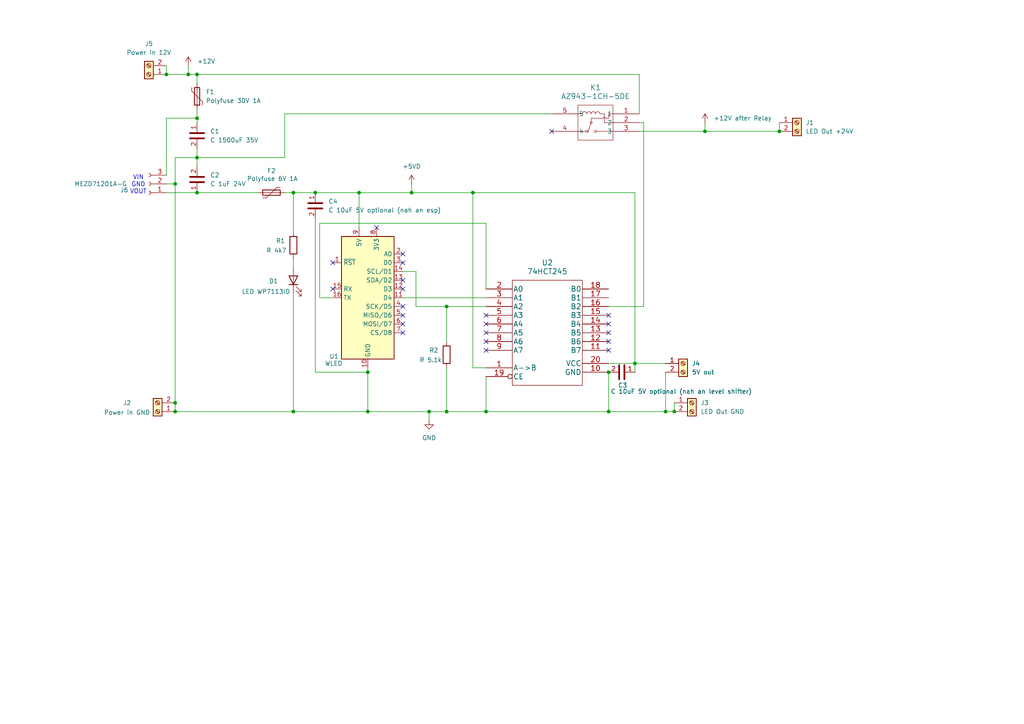
<source format=kicad_sch>
(kicad_sch (version 20250114) (generator "eeschema") (generator_version "9.0")
  (paper "A4")
  (title_block (title "wled-pcb"))
  (lib_symbols
    (symbol "C_1" (pin_names (offset 0.254))
      (property "Reference" "C" (at 0.635 2.54 0))
      (property "Value" "C" (at 0.635 -2.54 0))
      (symbol "C_1_0_1"
        (polyline (pts (xy -2.032 0.762) (xy 2.032 0.762)) (stroke (width 0.508)))
        (polyline (pts (xy -2.032 -0.762) (xy 2.032 -0.762)) (stroke (width 0.508)))
      )
      (symbol "C_1_1_1"
        (pin passive line (at 0 3.81 270) (length 2.794) (name "~") (number "1"))
        (pin passive line (at 0 -3.81 90) (length 2.794) (name "~") (number "2"))
      )
    )
    (symbol "C_3" (pin_names (offset 0.254))
      (property "Reference" "C" (at 0.635 2.54 0))
      (property "Value" "C" (at 0.635 -2.54 0))
      (symbol "C_3_0_1"
        (polyline (pts (xy -2.032 0.762) (xy 2.032 0.762)) (stroke (width 0.508)))
        (polyline (pts (xy -2.032 -0.762) (xy 2.032 -0.762)) (stroke (width 0.508)))
      )
      (symbol "C_3_1_1"
        (pin passive line (at 0 3.81 270) (length 2.794) (name "~") (number "1"))
        (pin passive line (at 0 -3.81 90) (length 2.794) (name "~") (number "2"))
      )
    )
    (symbol "C_4" (pin_names (offset 0.254))
      (property "Reference" "C" (at 0.635 2.54 0))
      (property "Value" "C" (at 0.635 -2.54 0))
      (symbol "C_4_0_1"
        (polyline (pts (xy -2.032 0.762) (xy 2.032 0.762)) (stroke (width 0.508)))
        (polyline (pts (xy -2.032 -0.762) (xy 2.032 -0.762)) (stroke (width 0.508)))
      )
      (symbol "C_4_1_1"
        (pin passive line (at 0 3.81 270) (length 2.794) (name "~") (number "1"))
        (pin passive line (at 0 -3.81 90) (length 2.794) (name "~") (number "2"))
      )
    )
    (symbol "Connector:Conn_01x03_Socket" (pin_names (offset 1.016) (hide yes))
      (property "Reference" "J" (at 0 5.08 0))
      (property "Value" "Conn_01x03_Socket" (at 0 -5.08 0))
      (symbol "Conn_01x03_Socket_1_1"
        (polyline (pts (xy -1.27 2.54) (xy -0.508 2.54)) (stroke (width 0.1524)))
        (polyline (pts (xy -1.27 0) (xy -0.508 0)) (stroke (width 0.1524)))
        (polyline (pts (xy -1.27 -2.54) (xy -0.508 -2.54)) (stroke (width 0.1524)))
        (arc (start 0 2.032) (mid -0.5058 2.54) (end 0 3.048) (stroke (width 0.1524)))
        (arc (start 0 -0.508) (mid -0.5058 0) (end 0 0.508) (stroke (width 0.1524)))
        (arc (start 0 -3.048) (mid -0.5058 -2.54) (end 0 -2.032) (stroke (width 0.1524)))
        (pin passive line (at -5.08 2.54 0) (length 3.81) (name "Pin_1") (number "1"))
        (pin passive line (at -5.08 0 0) (length 3.81) (name "Pin_2") (number "2"))
        (pin passive line (at -5.08 -2.54 0) (length 3.81) (name "Pin_3") (number "3"))
      )
    )
    (symbol "Connector:Screw_Terminal_01x02" (pin_names (offset 1.016) (hide yes))
      (property "Reference" "J" (at 0 2.54 0))
      (property "Value" "Screw_Terminal_01x02" (at 0 -5.08 0))
      (symbol "Screw_Terminal_01x02_1_1"
        (rectangle (start -1.27 1.27) (end 1.27 -3.81) (stroke (width 0.254)) (fill (type background)))
        (polyline (pts (xy -0.5334 0.3302) (xy 0.3302 -0.508)) (stroke (width 0.1524)))
        (polyline (pts (xy -0.5334 -2.2098) (xy 0.3302 -3.048)) (stroke (width 0.1524)))
        (polyline (pts (xy -0.3556 0.508) (xy 0.508 -0.3302)) (stroke (width 0.1524)))
        (polyline (pts (xy -0.3556 -2.032) (xy 0.508 -2.8702)) (stroke (width 0.1524)))
        (circle (center 0 0) (radius 0.635) (stroke (width 0.1524)))
        (circle (center 0 -2.54) (radius 0.635) (stroke (width 0.1524)))
        (pin passive line (at -5.08 0 0) (length 3.81) (name "Pin_1") (number "1"))
        (pin passive line (at -5.08 -2.54 0) (length 3.81) (name "Pin_2") (number "2"))
      )
    )
    (symbol "Device:C" (pin_names (offset 0.254))
      (property "Reference" "C" (at 0.635 2.54 0))
      (property "Value" "C" (at 0.635 -2.54 0))
      (symbol "C_0_1"
        (polyline (pts (xy -2.032 0.762) (xy 2.032 0.762)) (stroke (width 0.508)))
        (polyline (pts (xy -2.032 -0.762) (xy 2.032 -0.762)) (stroke (width 0.508)))
      )
      (symbol "C_1_1"
        (pin passive line (at 0 3.81 270) (length 2.794) (name "~") (number "1"))
        (pin passive line (at 0 -3.81 90) (length 2.794) (name "~") (number "2"))
      )
    )
    (symbol "Device:LED" (pin_numbers (hide yes)) (pin_names (offset 1.016) (hide yes))
      (property "Reference" "D" (at 0 2.54 0))
      (property "Value" "LED" (at 0 -2.54 0))
      (symbol "LED_0_1"
        (polyline (pts (xy -3.048 -0.762) (xy -4.572 -2.286) (xy -3.81 -2.286) (xy -4.572 -2.286) (xy -4.572 -1.524)))
        (polyline (pts (xy -1.778 -0.762) (xy -3.302 -2.286) (xy -2.54 -2.286) (xy -3.302 -2.286) (xy -3.302 -1.524)))
        (polyline (pts (xy -1.27 0) (xy 1.27 0)))
        (polyline (pts (xy -1.27 -1.27) (xy -1.27 1.27)) (stroke (width 0.254)))
        (polyline (pts (xy 1.27 -1.27) (xy 1.27 1.27) (xy -1.27 0) (xy 1.27 -1.27)) (stroke (width 0.254)))
      )
      (symbol "LED_1_1"
        (pin passive line (at -3.81 0 0) (length 2.54) (name "K") (number "1"))
        (pin passive line (at 3.81 0 180) (length 2.54) (name "A") (number "2"))
      )
    )
    (symbol "Device:Polyfuse" (pin_numbers (hide yes)) (pin_names (offset 0))
      (property "Reference" "F" (at -2.54 0 90))
      (property "Value" "Polyfuse" (at 2.54 0 90))
      (symbol "Polyfuse_0_1"
        (polyline (pts (xy -1.524 2.54) (xy -1.524 1.524) (xy 1.524 -1.524) (xy 1.524 -2.54)))
        (rectangle (start -0.762 2.54) (end 0.762 -2.54) (stroke (width 0.254)))
        (polyline (pts (xy 0 2.54) (xy 0 -2.54)))
      )
      (symbol "Polyfuse_1_1"
        (pin passive line (at 0 3.81 270) (length 1.27) (name "~") (number "1"))
        (pin passive line (at 0 -3.81 90) (length 1.27) (name "~") (number "2"))
      )
    )
    (symbol "Device:R" (pin_numbers (hide yes)) (pin_names (offset 0))
      (property "Reference" "R" (at 2.032 0 90))
      (property "Value" "R" (at 0 0 90))
      (symbol "R_0_1"
        (rectangle (start -1.016 -2.54) (end 1.016 2.54) (stroke (width 0.254)))
      )
      (symbol "R_1_1"
        (pin passive line (at 0 3.81 270) (length 1.27) (name "~") (number "1"))
        (pin passive line (at 0 -3.81 90) (length 1.27) (name "~") (number "2"))
      )
    )
    (symbol "MCU_Module:WeMos_D1_mini"
      (property "Reference" "U" (at 3.81 19.05 0))
      (property "Value" "WeMos_D1_mini" (at 1.27 -19.05 0))
      (symbol "WeMos_D1_mini_1_1"
        (rectangle (start -7.62 17.78) (end 7.62 -17.78) (stroke (width 0.254)) (fill (type background)))
        (pin input line (at -10.16 10.16 0) (length 2.54) (name "~{RST}") (number "1"))
        (pin input line (at -10.16 2.54 0) (length 2.54) (name "RX") (number "15"))
        (pin output line (at -10.16 0 0) (length 2.54) (name "TX") (number "16"))
        (pin power_in line (at -2.54 20.32 270) (length 2.54) (name "5V") (number "9"))
        (pin power_in line (at 0 -20.32 90) (length 2.54) (name "GND") (number "10"))
        (pin power_out line (at 2.54 20.32 270) (length 2.54) (name "3V3") (number "8"))
        (pin input line (at 10.16 12.7 180) (length 2.54) (name "A0") (number "2"))
        (pin bidirectional line (at 10.16 10.16 180) (length 2.54) (name "D0") (number "3"))
        (pin bidirectional line (at 10.16 7.62 180) (length 2.54) (name "SCL/D1") (number "14"))
        (pin bidirectional line (at 10.16 5.08 180) (length 2.54) (name "SDA/D2") (number "13"))
        (pin bidirectional line (at 10.16 2.54 180) (length 2.54) (name "D3") (number "12"))
        (pin bidirectional line (at 10.16 0 180) (length 2.54) (name "D4") (number "11"))
        (pin bidirectional line (at 10.16 -2.54 180) (length 2.54) (name "SCK/D5") (number "4"))
        (pin bidirectional line (at 10.16 -5.08 180) (length 2.54) (name "MISO/D6") (number "5"))
        (pin bidirectional line (at 10.16 -7.62 180) (length 2.54) (name "MOSI/D7") (number "6"))
        (pin bidirectional line (at 10.16 -10.16 180) (length 2.54) (name "CS/D8") (number "7"))
      )
    )
    (symbol "Screw_Terminal_01x02_1" (pin_names (offset 1.016) (hide yes))
      (property "Reference" "J1" (at 0 -8.89 0))
      (property "Value" "Power in 24V" (at 0 -6.35 0))
      (symbol "Screw_Terminal_01x02_1_1_1"
        (rectangle (start -1.27 1.27) (end 1.27 -3.81) (stroke (width 0.254)) (fill (type background)))
        (polyline (pts (xy -0.5334 0.3302) (xy 0.3302 -0.508)) (stroke (width 0.1524)))
        (polyline (pts (xy -0.5334 -2.2098) (xy 0.3302 -3.048)) (stroke (width 0.1524)))
        (polyline (pts (xy -0.3556 0.508) (xy 0.508 -0.3302)) (stroke (width 0.1524)))
        (polyline (pts (xy -0.3556 -2.032) (xy 0.508 -2.8702)) (stroke (width 0.1524)))
        (circle (center 0 0) (radius 0.635) (stroke (width 0.1524)))
        (circle (center 0 -2.54) (radius 0.635) (stroke (width 0.1524)))
        (pin power_out line (at -5.08 0 0) (length 3.81) (name "Pin_1") (number "1"))
        (pin power_out line (at -5.08 -2.54 0) (length 3.81) (name "Pin_2") (number "2"))
      )
    )
    (symbol "lib:74HCT245" (pin_names (offset 0.254))
      (property "Reference" "U" (at 0 12.7 0))
      (property "Value" "74HCT245" (at 0 0 90))
      (symbol "74HCT245_0_0"
        (pin power_in line (at 17.78 -8.89 180) (length 7.62) (name "VCC") (number "20"))
        (pin power_in line (at 17.78 -11.43 180) (length 7.62) (name "GND") (number "10"))
      )
      (symbol "74HCT245_0_1"
        (rectangle (start -10.16 15.24) (end 10.16 -15.24))
      )
      (symbol "74HCT245_1_1"
        (pin tri_state line (at -17.78 12.7 0) (length 7.62) (name "A0") (number "2"))
        (pin tri_state line (at -17.78 10.16 0) (length 7.62) (name "A1") (number "3"))
        (pin tri_state line (at -17.78 7.62 0) (length 7.62) (name "A2") (number "4"))
        (pin tri_state line (at -17.78 5.08 0) (length 7.62) (name "A3") (number "5"))
        (pin tri_state line (at -17.78 2.54 0) (length 7.62) (name "A4") (number "6"))
        (pin tri_state line (at -17.78 0 0) (length 7.62) (name "A5") (number "7"))
        (pin tri_state line (at -17.78 -2.54 0) (length 7.62) (name "A6") (number "8"))
        (pin tri_state line (at -17.78 -5.08 0) (length 7.62) (name "A7") (number "9"))
        (pin input line (at -17.78 -10.16 0) (length 7.62) (name "A->B") (number "1"))
        (pin input inverted (at -17.78 -12.7 0) (length 7.62) (name "CE") (number "19"))
        (pin tri_state line (at 17.78 12.7 180) (length 7.62) (name "B0") (number "18"))
        (pin tri_state line (at 17.78 10.16 180) (length 7.62) (name "B1") (number "17"))
        (pin tri_state line (at 17.78 7.62 180) (length 7.62) (name "B2") (number "16"))
        (pin tri_state line (at 17.78 5.08 180) (length 7.62) (name "B3") (number "15"))
        (pin tri_state line (at 17.78 2.54 180) (length 7.62) (name "B4") (number "14"))
        (pin tri_state line (at 17.78 0 180) (length 7.62) (name "B5") (number "13"))
        (pin tri_state line (at 17.78 -2.54 180) (length 7.62) (name "B6") (number "12"))
        (pin tri_state line (at 17.78 -5.08 180) (length 7.62) (name "B7") (number "11"))
      )
    )
    (symbol "lib:AZ943-1CH-5DE" (pin_names (offset 0.254))
      (property "Reference" "K" (at 12.7 7.62 0))
      (property "Value" "AZ943-1CH-5DE" (at 12.7 5.08 0))
      (symbol "AZ943-1CH-5DE_0_1"
        (polyline (pts (xy 7.62 2.54) (xy 7.62 -7.62)) (stroke (width 0.127)))
        (polyline (pts (xy 7.62 0) (xy 8.89 0)) (stroke (width 0.127)))
        (polyline (pts (xy 7.62 -2.54) (xy 10.16 -2.54)) (stroke (width 0.127)))
        (polyline (pts (xy 7.62 -5.08) (xy 12.3825 -5.08)) (stroke (width 0.127)))
        (polyline (pts (xy 7.62 -7.62) (xy 17.78 -7.62)) (stroke (width 0.127)))
        (polyline (pts (xy 8.89 0) (xy 8.89 -1.27)) (stroke (width 0.127)))
        (polyline (pts (xy 8.89 -1.27) (xy 9.8425 -1.27)) (stroke (width 0.127)))
        (polyline (pts (xy 10.16 0) (xy 10.16 -2.54)) (stroke (width 0.127)))
        (polyline (pts (xy 10.16 0) (xy 11.43 0)) (stroke (width 0.127)))
        (arc (start 9.8552 -1.27) (mid 10.16 -0.9665) (end 10.4648 -1.27) (stroke (width 0.127)))
        (polyline (pts (xy 10.4648 -1.27) (xy 13.97 -1.27)) (stroke (width 0.127)))
        (arc (start 11.43 0) (mid 12.065 0.6323) (end 12.7 0) (stroke (width 0.127)))
        (circle (center 12.7 -5.08) (radius 0.3048) (stroke (width 0.127)))
        (arc (start 12.7 0) (mid 13.335 0.6323) (end 13.97 0) (stroke (width 0.127)))
        (polyline (pts (xy 13.97 -1.27) (xy 13.97 -2.2225)) (stroke (width 0.127)))
        (polyline (pts (xy 13.97 -2.54) (xy 14.9225 -5.3975)) (stroke (width 0.127)))
        (circle (center 13.97 -2.54) (radius 0.3048) (stroke (width 0.127)))
        (arc (start 13.97 0) (mid 14.605 0.6323) (end 15.24 0) (stroke (width 0.127)))
        (circle (center 15.24 -5.08) (radius 0.3048) (stroke (width 0.127)))
        (polyline (pts (xy 15.5575 -5.08) (xy 17.78 -5.08)) (stroke (width 0.127)))
        (arc (start 15.24 0) (mid 15.875 0.6323) (end 16.51 0) (stroke (width 0.127)))
        (polyline (pts (xy 16.51 0) (xy 17.78 0)) (stroke (width 0.127)))
        (polyline (pts (xy 17.78 2.54) (xy 7.62 2.54)) (stroke (width 0.127)))
        (polyline (pts (xy 17.78 -7.62) (xy 17.78 2.54)) (stroke (width 0.127)))
      )
      (symbol "AZ943-1CH-5DE_1_1"
        (pin passive line (at 0 0 0) (length 7.62) (name "1") (number "1"))
        (pin passive line (at 0 -2.54 0) (length 7.62) (name "2") (number "2"))
        (pin passive line (at 0 -5.08 0) (length 7.62) (name "3") (number "3"))
        (pin passive line (at 25.4 0 180) (length 7.62) (name "5") (number "5"))
        (pin passive line (at 25.4 -5.08 180) (length 7.62) (name "4") (number "4"))
      )
    )
    (symbol "power:+24V" (power) (pin_numbers (hide yes)) (pin_names (offset 0) (hide yes))
      (property "Value" "+24V" (at 0 3.556 0))
      (symbol "+24V_0_1"
        (polyline (pts (xy -0.762 1.27) (xy 0 2.54)))
        (polyline (pts (xy 0 2.54) (xy 0.762 1.27)))
        (polyline (pts (xy 0 0) (xy 0 2.54)))
      )
      (symbol "+24V_1_1"
        (pin power_in line (at 0 0 90) (length 0) (name "~") (number "1"))
      )
    )
    (symbol "power:+5VD" (power) (pin_numbers (hide yes)) (pin_names (offset 0) (hide yes))
      (property "Value" "+5VD" (at 0 3.556 0))
      (symbol "+5VD_0_1"
        (polyline (pts (xy -0.762 1.27) (xy 0 2.54)))
        (polyline (pts (xy 0 2.54) (xy 0.762 1.27)))
        (polyline (pts (xy 0 0) (xy 0 2.54)))
      )
      (symbol "+5VD_1_1"
        (pin power_in line (at 0 0 90) (length 0) (name "~") (number "1"))
      )
    )
    (symbol "power:GND" (power) (pin_numbers (hide yes)) (pin_names (offset 0) (hide yes))
      (property "Value" "GND" (at 0 -3.81 0))
      (symbol "GND_0_1"
        (polyline (pts (xy 0 0) (xy 0 -1.27) (xy 1.27 -1.27) (xy 0 -2.54) (xy -1.27 -1.27) (xy 0 -1.27)))
      )
      (symbol "GND_1_1"
        (pin power_in line (at 0 0 270) (length 0) (name "~") (number "1"))
      )
    )
  )
  (text "VIN\nGND\nVOUT\n" (at 40.132 53.594 0) (effects (font (size 1.27 1.27))))
  (junction (at 204.47 38.1))
  (junction (at 54.61 21.59))
  (junction (at 57.15 34.29))
  (junction (at 124.46 119.38))
  (junction (at 91.44 55.88))
  (junction (at 57.15 45.72))
  (junction (at 106.68 119.38))
  (junction (at 176.53 107.95))
  (junction (at 50.8 116.84))
  (junction (at 50.8 119.38))
  (junction (at 226.06 38.1))
  (junction (at 176.53 119.38))
  (junction (at 137.16 55.88))
  (junction (at 129.54 119.38))
  (junction (at 57.15 55.88))
  (junction (at 48.26 21.59))
  (junction (at 57.15 21.59))
  (junction (at 195.58 119.38))
  (junction (at 129.54 88.9))
  (junction (at 119.38 55.88))
  (junction (at 85.09 119.38))
  (junction (at 193.04 119.38))
  (junction (at 50.8 53.34))
  (junction (at 184.15 105.41))
  (junction (at 106.68 107.95))
  (junction (at 85.09 55.88))
  (junction (at 104.14 55.88))
  (junction (at 140.97 119.38))
  (no_connect (at 96.52 83.82))
  (no_connect (at 116.84 88.9))
  (no_connect (at 176.53 93.98))
  (no_connect (at 109.22 66.04))
  (no_connect (at 116.84 81.28))
  (no_connect (at 140.97 91.44))
  (no_connect (at 96.52 76.2))
  (no_connect (at 116.84 93.98))
  (no_connect (at 140.97 96.52))
  (no_connect (at 116.84 83.82))
  (no_connect (at 140.97 99.06))
  (no_connect (at 176.53 101.6))
  (no_connect (at 140.97 93.98))
  (no_connect (at 116.84 91.44))
  (no_connect (at 160.02 38.1))
  (no_connect (at 116.84 96.52))
  (no_connect (at 176.53 99.06))
  (no_connect (at 116.84 76.2))
  (no_connect (at 140.97 101.6))
  (no_connect (at 176.53 96.52))
  (no_connect (at 116.84 73.66))
  (no_connect (at 176.53 91.44))
  (wire (pts (xy 104.14 55.88) (xy 104.14 66.04)))
  (wire (pts (xy 124.46 119.38) (xy 129.54 119.38)))
  (wire (pts (xy 57.15 45.72) (xy 82.55 45.72)))
  (wire (pts (xy 91.44 63.5) (xy 91.44 107.95)))
  (wire (pts (xy 57.15 45.72) (xy 57.15 43.18)))
  (wire (pts (xy 54.61 21.59) (xy 57.15 21.59)))
  (wire (pts (xy 140.97 64.77) (xy 140.97 83.82)))
  (wire (pts (xy 92.71 64.77) (xy 140.97 64.77)))
  (wire (pts (xy 48.26 55.88) (xy 57.15 55.88)))
  (wire (pts (xy 85.09 55.88) (xy 82.55 55.88)))
  (wire (pts (xy 85.09 55.88) (xy 85.09 67.31)))
  (wire (pts (xy 57.15 34.29) (xy 57.15 35.56)))
  (wire (pts (xy 106.68 107.95) (xy 106.68 119.38)))
  (wire (pts (xy 57.15 55.88) (xy 74.93 55.88)))
  (wire (pts (xy 137.16 55.88) (xy 137.16 106.68)))
  (wire (pts (xy 119.38 53.34) (xy 119.38 55.88)))
  (wire (pts (xy 85.09 55.88) (xy 91.44 55.88)))
  (wire (pts (xy 140.97 109.22) (xy 140.97 119.38)))
  (wire (pts (xy 82.55 33.02) (xy 82.55 45.72)))
  (wire (pts (xy 193.04 119.38) (xy 195.58 119.38)))
  (wire (pts (xy 116.84 78.74) (xy 120.65 78.74)))
  (wire (pts (xy 140.97 106.68) (xy 137.16 106.68)))
  (wire (pts (xy 48.26 34.29) (xy 57.15 34.29)))
  (wire (pts (xy 50.8 53.34) (xy 50.8 45.72)))
  (wire (pts (xy 48.26 21.59) (xy 54.61 21.59)))
  (wire (pts (xy 57.15 21.59) (xy 57.15 24.13)))
  (wire (pts (xy 140.97 119.38) (xy 176.53 119.38)))
  (wire (pts (xy 185.42 38.1) (xy 204.47 38.1)))
  (wire (pts (xy 48.26 50.8) (xy 48.26 34.29)))
  (wire (pts (xy 160.02 33.02) (xy 82.55 33.02)))
  (wire (pts (xy 184.15 105.41) (xy 193.04 105.41)))
  (wire (pts (xy 50.8 116.84) (xy 50.8 119.38)))
  (wire (pts (xy 185.42 21.59) (xy 185.42 33.02)))
  (wire (pts (xy 195.58 116.84) (xy 195.58 119.38)))
  (wire (pts (xy 104.14 55.88) (xy 119.38 55.88)))
  (wire (pts (xy 48.26 53.34) (xy 50.8 53.34)))
  (wire (pts (xy 184.15 55.88) (xy 184.15 105.41)))
  (wire (pts (xy 48.26 19.05) (xy 48.26 21.59)))
  (wire (pts (xy 57.15 45.72) (xy 57.15 48.26)))
  (wire (pts (xy 54.61 19.05) (xy 54.61 21.59)))
  (wire (pts (xy 137.16 55.88) (xy 184.15 55.88)))
  (wire (pts (xy 186.69 35.56) (xy 186.69 88.9)))
  (wire (pts (xy 91.44 107.95) (xy 106.68 107.95)))
  (wire (pts (xy 176.53 105.41) (xy 184.15 105.41)))
  (wire (pts (xy 85.09 119.38) (xy 106.68 119.38)))
  (wire (pts (xy 176.53 88.9) (xy 186.69 88.9)))
  (wire (pts (xy 57.15 31.75) (xy 57.15 34.29)))
  (wire (pts (xy 119.38 55.88) (xy 137.16 55.88)))
  (wire (pts (xy 91.44 55.88) (xy 104.14 55.88)))
  (wire (pts (xy 85.09 85.09) (xy 85.09 119.38)))
  (wire (pts (xy 176.53 107.95) (xy 176.53 119.38)))
  (wire (pts (xy 204.47 38.1) (xy 226.06 38.1)))
  (wire (pts (xy 176.53 119.38) (xy 193.04 119.38)))
  (wire (pts (xy 85.09 74.93) (xy 85.09 77.47)))
  (wire (pts (xy 120.65 88.9) (xy 129.54 88.9)))
  (wire (pts (xy 106.68 119.38) (xy 124.46 119.38)))
  (wire (pts (xy 204.47 35.56) (xy 204.47 38.1)))
  (wire (pts (xy 106.68 106.68) (xy 106.68 107.95)))
  (wire (pts (xy 120.65 88.9) (xy 120.65 78.74)))
  (wire (pts (xy 129.54 99.06) (xy 129.54 88.9)))
  (wire (pts (xy 50.8 53.34) (xy 50.8 116.84)))
  (wire (pts (xy 129.54 106.68) (xy 129.54 119.38)))
  (wire (pts (xy 57.15 21.59) (xy 185.42 21.59)))
  (wire (pts (xy 226.06 35.56) (xy 226.06 38.1)))
  (wire (pts (xy 186.69 35.56) (xy 185.42 35.56)))
  (wire (pts (xy 129.54 88.9) (xy 140.97 88.9)))
  (wire (pts (xy 96.52 86.36) (xy 92.71 86.36)))
  (wire (pts (xy 184.15 105.41) (xy 184.15 107.95)))
  (wire (pts (xy 124.46 119.38) (xy 124.46 121.92)))
  (wire (pts (xy 129.54 119.38) (xy 140.97 119.38)))
  (wire (pts (xy 116.84 86.36) (xy 140.97 86.36)))
  (wire (pts (xy 50.8 119.38) (xy 85.09 119.38)))
  (wire (pts (xy 193.04 107.95) (xy 193.04 119.38)))
  (wire (pts (xy 92.71 86.36) (xy 92.71 64.77)))
  (wire (pts (xy 50.8 45.72) (xy 57.15 45.72)))
  (symbol (lib_name "Screw_Terminal_01x02_1") (lib_id "Connector:Screw_Terminal_01x02") (at 200.66 116.84 0) (unit 1)
    (property "Reference" "J3" (at 203.2 116.8399 0) (effects (justify left)))
    (property "Value" "LED Out GND" (at 203.2 119.3799 0) (effects (justify left)))
    (property "Footprint" "TerminalBlock_Phoenix:TerminalBlock_Phoenix_MKDS-1,5-2-5.08_1x02_P5.08mm_Horizontal" (effects (hide yes)))
    (property "Description" "Generic screw terminal, single row, 01x02, script generated (kicad-library-utils/schlib/autogen/connector/)" (effects (hide yes)))
  )
  (symbol (lib_name "Screw_Terminal_01x02_1") (lib_id "Connector:Screw_Terminal_01x02") (at 43.18 21.59 180) (unit 1)
    (property "Reference" "J5" (at 43.18 12.7 0))
    (property "Value" "Power in 12V" (at 43.18 15.24 0))
    (property "Footprint" "TerminalBlock_Phoenix:TerminalBlock_Phoenix_MKDS-1,5-2-5.08_1x02_P5.08mm_Horizontal" (effects (hide yes)))
    (property "Description" "Generic screw terminal, single row, 01x02, script generated (kicad-library-utils/schlib/autogen/connector/)" (effects (hide yes)))
  )
  (symbol (lib_id "power:GND") (at 124.46 121.92 0) (unit 1)
    (property "Reference" "#PWR01" (effects (hide yes)))
    (property "Value" "GND" (at 124.46 127 0))
    (property "Description" "Power symbol creates a global label with name \"GND\" , ground" (effects (hide yes)))
  )
  (symbol (lib_id "power:+24V") (at 54.61 19.05 0) (unit 1)
    (property "Reference" "#PWR03" (effects (hide yes)))
    (property "Value" "+12V" (at 57.15 17.7799 0) (effects (justify left)))
    (property "Description" "Power symbol creates a global label with name \"+24V\"" (effects (hide yes)))
  )
  (symbol (lib_id "Device:LED") (at 85.09 81.28 90) (unit 1)
    (property "Reference" "D1" (at 77.978 81.534 90) (effects (justify right)))
    (property "Value" "LED WP7113ID" (at 70.104 84.582 90) (effects (justify right)))
    (property "Footprint" "LED_THT:LED_D5.0mm" (effects (hide yes)))
    (property "Description" "Light emitting diode" (effects (hide yes)))
  )
  (symbol (lib_id "Connector:Screw_Terminal_01x02") (at 45.72 119.38 180) (unit 1)
    (property "Reference" "J2" (at 36.83 116.84 0))
    (property "Value" "Power in GND" (at 36.83 119.634 0))
    (property "Footprint" "TerminalBlock_Phoenix:TerminalBlock_Phoenix_MKDS-1,5-2-5.08_1x02_P5.08mm_Horizontal" (effects (hide yes)))
    (property "Description" "Generic screw terminal, single row, 01x02, script generated (kicad-library-utils/schlib/autogen/connector/)" (effects (hide yes)))
  )
  (symbol (lib_id "power:+5VD") (at 119.38 53.34 0) (unit 1)
    (property "Reference" "#PWR02" (effects (hide yes)))
    (property "Value" "+5VD" (at 119.38 48.26 0))
    (property "Description" "Power symbol creates a global label with name \"+5VD\"" (effects (hide yes)))
  )
  (symbol (lib_id "Connector:Conn_01x03_Socket") (at 43.18 53.34 180) (unit 1)
    (property "Reference" "J6" (at 36.068 55.118 0))
    (property "Value" "MEZD71201A-G" (at 29.21 53.34 0))
    (property "Footprint" "Connector_PinSocket_2.54mm:PinSocket_1x03_P2.54mm_Vertical" (effects (hide yes)))
    (property "Description" "Generic connector, single row, 01x03, script generated" (effects (hide yes)))
  )
  (symbol (lib_name "C_1") (lib_id "Device:C") (at 57.15 52.07 180) (unit 1)
    (property "Reference" "C2" (at 60.96 50.7999 0) (effects (justify right)))
    (property "Value" "C 1uF 24V" (at 60.96 53.3399 0) (effects (justify right)))
    (property "Footprint" "Capacitor_THT:CP_Radial_D5.0mm_P2.00mm" (effects (hide yes)))
    (property "Description" "Unpolarized capacitor" (effects (hide yes)))
  )
  (symbol (lib_name "C_3") (lib_id "Device:C") (at 91.44 59.69 0) (unit 1)
    (property "Reference" "C4" (at 95.25 58.4199 0) (effects (justify left)))
    (property "Value" "C 10uF 5V optional (nah an esp)" (at 95.25 60.9599 0) (effects (justify left)))
    (property "Footprint" "Capacitor_THT:CP_Radial_D5.0mm_P2.00mm" (effects (hide yes)))
    (property "Description" "Unpolarized capacitor" (effects (hide yes)))
  )
  (symbol (lib_id "lib:74HCT245") (at 158.75 96.52 0) (unit 1)
    (property "Reference" "U2" (at 158.75 76.2 0) (effects (font (size 1.524 1.524))))
    (property "Value" "74HCT245" (at 158.75 78.74 0) (effects (font (size 1.524 1.524))))
    (property "Footprint" "Package_DIP:DIP-20_W7.62mm" (effects (hide yes)))
  )
  (symbol (lib_id "Device:Polyfuse") (at 78.74 55.88 90) (unit 1)
    (property "Reference" "F2" (at 78.74 49.53 90))
    (property "Value" "Polyfuse 6V 1A" (at 78.994 51.816 90))
    (property "Footprint" "Fuse:Fuse_Bourns_MF-RG300" (effects (hide yes)))
    (property "Description" "Resettable fuse, polymeric positive temperature coefficient" (effects (hide yes)))
  )
  (symbol (lib_id "Device:R") (at 129.54 102.87 0) (unit 1)
    (property "Reference" "R2" (at 124.46 101.6 0) (effects (justify left)))
    (property "Value" "R 5.1k" (at 121.666 104.394 0) (effects (justify left)))
    (property "Footprint" "Resistor_THT:R_Axial_DIN0207_L6.3mm_D2.5mm_P10.16mm_Horizontal" (effects (hide yes)))
    (property "Description" "Resistor" (effects (hide yes)))
  )
  (symbol (lib_id "MCU_Module:WeMos_D1_mini") (at 106.68 86.36 0) (unit 1)
    (property "Reference" "U1" (at 95.504 103.378 0) (effects (justify left)))
    (property "Value" "WLED" (at 94.234 105.41 0) (effects (justify left)))
    (property "Footprint" "Module:WEMOS_D1_mini_light" (effects (hide yes)))
    (property "Datasheet" "https://wiki.wemos.cc/products:d1:d1_mini#documentation" (effects (hide yes)))
    (property "Description" "32-bit microcontroller module with WiFi" (effects (hide yes)))
  )
  (symbol (lib_name "C_4") (lib_id "Device:C") (at 180.34 107.95 270) (unit 1)
    (property "Reference" "C3" (at 180.594 111.76 90))
    (property "Value" "C 10uF 5V optional (nah an level shifter)" (at 197.612 113.538 90))
    (property "Footprint" "Capacitor_THT:CP_Radial_D5.0mm_P2.00mm" (effects (hide yes)))
    (property "Description" "Unpolarized capacitor" (effects (hide yes)))
  )
  (symbol (lib_id "power:+24V") (at 204.47 35.56 0) (unit 1)
    (property "Reference" "#PWR04" (effects (hide yes)))
    (property "Value" "+12V after Relay" (at 207.01 34.2899 0) (effects (justify left)))
    (property "Description" "Power symbol creates a global label with name \"+24V\"" (effects (hide yes)))
  )
  (symbol (lib_id "Connector:Screw_Terminal_01x02") (at 198.12 105.41 0) (unit 1)
    (property "Reference" "J4" (at 200.66 105.4099 0) (effects (justify left)))
    (property "Value" "5V out" (at 200.66 107.9499 0) (effects (justify left)))
    (property "Footprint" "TerminalBlock_Phoenix:TerminalBlock_Phoenix_MKDS-1,5-2-5.08_1x02_P5.08mm_Horizontal" (effects (hide yes)))
    (property "Description" "Generic screw terminal, single row, 01x02, script generated (kicad-library-utils/schlib/autogen/connector/)" (effects (hide yes)))
  )
  (symbol (lib_id "Device:Polyfuse") (at 57.15 27.94 180) (unit 1)
    (property "Reference" "F1" (at 59.69 26.6699 0) (effects (justify right)))
    (property "Value" "Polyfuse 30V 1A" (at 59.69 29.2099 0) (effects (justify right)))
    (property "Footprint" "Fuse:Fuse_Bourns_MF-RG300" (effects (hide yes)))
    (property "Description" "Resettable fuse, polymeric positive temperature coefficient" (effects (hide yes)))
  )
  (symbol (lib_id "lib:AZ943-1CH-5DE") (at 185.42 33.02 0) (mirror y) (unit 1)
    (property "Reference" "K1" (at 172.72 25.4 0) (effects (font (size 1.524 1.524))))
    (property "Value" "AZ943-1CH-5DE" (at 172.72 27.94 0) (effects (font (size 1.524 1.524))))
    (property "Footprint" "Library:K_AZ943-1C_AMZ" (effects (hide yes)))
    (property "Datasheet" "AZ943-1CH-5DE" (effects (hide yes)))
  )
  (symbol (lib_id "Device:R") (at 85.09 71.12 0) (unit 1)
    (property "Reference" "R1" (at 80.01 69.85 0) (effects (justify left)))
    (property "Value" "R 4k7" (at 77.216 72.644 0) (effects (justify left)))
    (property "Footprint" "Resistor_THT:R_Axial_DIN0207_L6.3mm_D2.5mm_P10.16mm_Horizontal" (effects (hide yes)))
    (property "Description" "Resistor" (effects (hide yes)))
  )
  (symbol (lib_id "Device:C") (at 57.15 39.37 0) (unit 1)
    (property "Reference" "C1" (at 60.96 38.0999 0) (effects (justify left)))
    (property "Value" "C 1500uF 35V" (at 60.96 40.6399 0) (effects (justify left)))
    (property "Footprint" "Capacitor_THT:CP_Radial_D12.5mm_P5.00mm" (effects (hide yes)))
    (property "Description" "Unpolarized capacitor" (effects (hide yes)))
  )
  (symbol (lib_name "Screw_Terminal_01x02_1") (lib_id "Connector:Screw_Terminal_01x02") (at 231.14 35.56 0) (unit 1)
    (property "Reference" "J1" (at 233.68 35.5599 0) (effects (justify left)))
    (property "Value" "LED Out +24V" (at 233.68 38.0999 0) (effects (justify left)))
    (property "Footprint" "TerminalBlock_Phoenix:TerminalBlock_Phoenix_MKDS-1,5-2-5.08_1x02_P5.08mm_Horizontal" (effects (hide yes)))
    (property "Description" "Generic screw terminal, single row, 01x02, script generated (kicad-library-utils/schlib/autogen/connector/)" (effects (hide yes)))
  )
)
</source>
